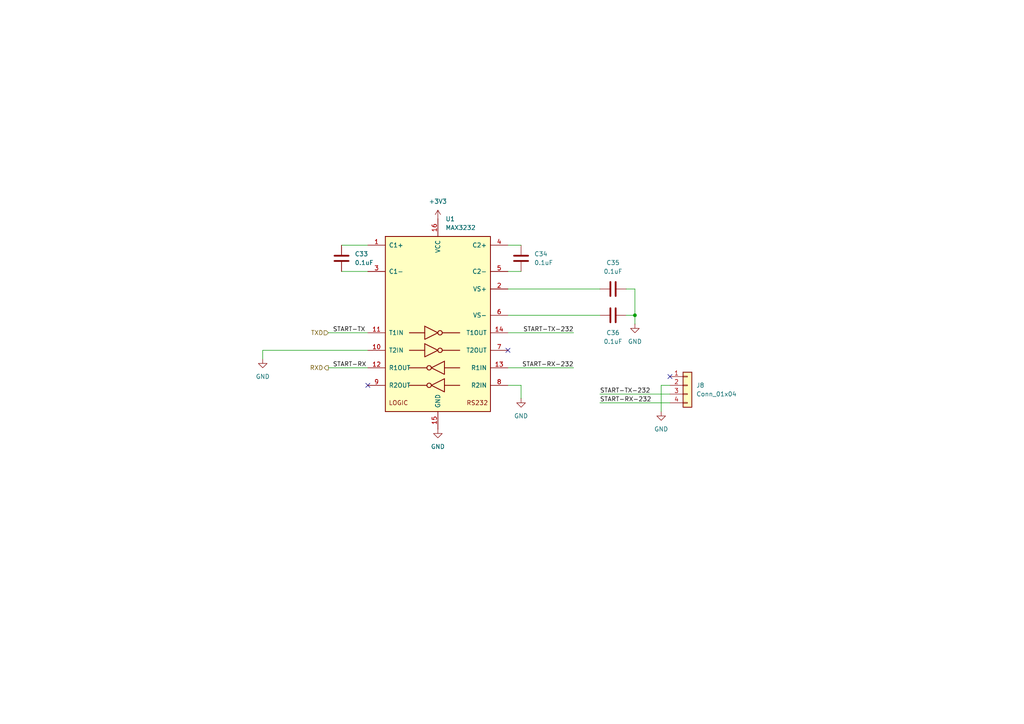
<source format=kicad_sch>
(kicad_sch (version 20231120) (generator "eeschema") (generator_version "8.0")
  (paper "A4")
  (lib_symbols
    (symbol "Connector_Generic:Conn_01x04" (pin_names (offset 1.016) hide)
      (property "Reference" "J" (at 0 5.08 0))
      (property "Value" "Conn_01x04" (at 0 -7.62 0))
      (symbol "Conn_01x04_1_1"
        (rectangle (start -1.27 -4.953) (end 0 -5.207) (stroke (width 0.1524)))
        (rectangle (start -1.27 -2.413) (end 0 -2.667) (stroke (width 0.1524)))
        (rectangle (start -1.27 0.127) (end 0 -0.127) (stroke (width 0.1524)))
        (rectangle (start -1.27 2.667) (end 0 2.413) (stroke (width 0.1524)))
        (rectangle (start -1.27 3.81) (end 1.27 -6.35) (stroke (width 0.254)) (fill (type background)))
        (pin passive line (at -5.08 2.54 0) (length 3.81) (name "Pin_1") (number "1"))
        (pin passive line (at -5.08 0 0) (length 3.81) (name "Pin_2") (number "2"))
        (pin passive line (at -5.08 -2.54 0) (length 3.81) (name "Pin_3") (number "3"))
        (pin passive line (at -5.08 -5.08 0) (length 3.81) (name "Pin_4") (number "4"))
      )
    )
    (symbol "Device:C" (pin_numbers hide) (pin_names (offset 0.254))
      (property "Reference" "C" (at 0.635 2.54 0))
      (property "Value" "C" (at 0.635 -2.54 0))
      (symbol "C_0_1"
        (polyline (pts (xy -2.032 -0.762) (xy 2.032 -0.762)) (stroke (width 0.508)))
        (polyline (pts (xy -2.032 0.762) (xy 2.032 0.762)) (stroke (width 0.508)))
      )
      (symbol "C_1_1"
        (pin passive line (at 0 3.81 270) (length 2.794) (name "~") (number "1"))
        (pin passive line (at 0 -3.81 90) (length 2.794) (name "~") (number "2"))
      )
    )
    (symbol "Interface_UART:MAX3232" (pin_names (offset 1.016))
      (property "Reference" "U" (at -2.54 28.575 0))
      (property "Value" "MAX3232" (at -2.54 26.67 0))
      (symbol "MAX3232_0_0"
        (text "LOGIC" (at -11.43 -22.86 0) (effects (font (size 1.27 1.27))))
        (text "RS232" (at 11.43 -22.86 0) (effects (font (size 1.27 1.27))))
      )
      (symbol "MAX3232_0_1"
        (rectangle (start -15.24 -25.4) (end 15.24 25.4) (stroke (width 0.254)) (fill (type background)))
        (circle (center -2.54 -17.78) (radius 0.635) (stroke (width 0.254)))
        (circle (center -2.54 -12.7) (radius 0.635) (stroke (width 0.254)))
        (polyline (pts (xy -3.81 -7.62) (xy -8.255 -7.62)) (stroke (width 0.254)))
        (polyline (pts (xy -3.81 -2.54) (xy -8.255 -2.54)) (stroke (width 0.254)))
        (polyline (pts (xy -3.175 -17.78) (xy -8.255 -17.78)) (stroke (width 0.254)))
        (polyline (pts (xy -3.175 -12.7) (xy -8.255 -12.7)) (stroke (width 0.254)))
        (polyline (pts (xy 1.27 -7.62) (xy 6.35 -7.62)) (stroke (width 0.254)))
        (polyline (pts (xy 1.27 -2.54) (xy 6.35 -2.54)) (stroke (width 0.254)))
        (polyline (pts (xy 1.905 -17.78) (xy 6.35 -17.78)) (stroke (width 0.254)))
        (polyline (pts (xy 1.905 -12.7) (xy 6.35 -12.7)) (stroke (width 0.254)))
        (polyline (pts (xy -3.81 -5.715) (xy -3.81 -9.525) (xy 0 -7.62) (xy -3.81 -5.715)) (stroke (width 0.254)))
        (polyline (pts (xy -3.81 -0.635) (xy -3.81 -4.445) (xy 0 -2.54) (xy -3.81 -0.635)) (stroke (width 0.254)))
        (polyline (pts (xy 1.905 -15.875) (xy 1.905 -19.685) (xy -1.905 -17.78) (xy 1.905 -15.875)) (stroke (width 0.254)))
        (polyline (pts (xy 1.905 -10.795) (xy 1.905 -14.605) (xy -1.905 -12.7) (xy 1.905 -10.795)) (stroke (width 0.254)))
        (circle (center 0.635 -7.62) (radius 0.635) (stroke (width 0.254)))
        (circle (center 0.635 -2.54) (radius 0.635) (stroke (width 0.254)))
      )
      (symbol "MAX3232_1_1"
        (pin passive line (at -20.32 22.86 0) (length 5.08) (name "C1+") (number "1"))
        (pin input line (at -20.32 -7.62 0) (length 5.08) (name "T2IN") (number "10"))
        (pin input line (at -20.32 -2.54 0) (length 5.08) (name "T1IN") (number "11"))
        (pin output line (at -20.32 -12.7 0) (length 5.08) (name "R1OUT") (number "12"))
        (pin input line (at 20.32 -12.7 180) (length 5.08) (name "R1IN") (number "13"))
        (pin output line (at 20.32 -2.54 180) (length 5.08) (name "T1OUT") (number "14"))
        (pin power_in line (at 0 -30.48 90) (length 5.08) (name "GND") (number "15"))
        (pin power_in line (at 0 30.48 270) (length 5.08) (name "VCC") (number "16"))
        (pin power_out line (at 20.32 10.16 180) (length 5.08) (name "VS+") (number "2"))
        (pin passive line (at -20.32 15.24 0) (length 5.08) (name "C1-") (number "3"))
        (pin passive line (at 20.32 22.86 180) (length 5.08) (name "C2+") (number "4"))
        (pin passive line (at 20.32 15.24 180) (length 5.08) (name "C2-") (number "5"))
        (pin power_out line (at 20.32 2.54 180) (length 5.08) (name "VS-") (number "6"))
        (pin output line (at 20.32 -7.62 180) (length 5.08) (name "T2OUT") (number "7"))
        (pin input line (at 20.32 -17.78 180) (length 5.08) (name "R2IN") (number "8"))
        (pin output line (at -20.32 -17.78 0) (length 5.08) (name "R2OUT") (number "9"))
      )
    )
    (symbol "power:+3V3" (power) (pin_numbers hide) (pin_names (offset 0) hide)
      (property "Value" "+3V3" (at 0 3.556 0))
      (symbol "+3V3_0_1"
        (polyline (pts (xy -0.762 1.27) (xy 0 2.54)))
        (polyline (pts (xy 0 0) (xy 0 2.54)))
        (polyline (pts (xy 0 2.54) (xy 0.762 1.27)))
      )
      (symbol "+3V3_1_1"
        (pin power_in line (at 0 0 90) (length 0) (name "~") (number "1"))
      )
    )
    (symbol "power:GND" (power) (pin_numbers hide) (pin_names (offset 0) hide)
      (property "Value" "GND" (at 0 -3.81 0))
      (symbol "GND_0_1"
        (polyline (pts (xy 0 0) (xy 0 -1.27) (xy 1.27 -1.27) (xy 0 -2.54) (xy -1.27 -1.27) (xy 0 -1.27)))
      )
      (symbol "GND_1_1"
        (pin power_in line (at 0 0 270) (length 0) (name "~") (number "1"))
      )
    )
  )
  (junction (at 184.15 91.44))
  (no_connect (at 147.32 101.6))
  (no_connect (at 106.68 111.76))
  (no_connect (at 194.31 109.22))
  (wire (pts (xy 147.32 91.44) (xy 173.99 91.44)))
  (wire (pts (xy 147.32 71.12) (xy 151.13 71.12)))
  (wire (pts (xy 191.77 111.76) (xy 191.77 119.38)))
  (wire (pts (xy 147.32 78.74) (xy 151.13 78.74)))
  (wire (pts (xy 181.61 83.82) (xy 184.15 83.82)))
  (wire (pts (xy 95.25 96.52) (xy 106.68 96.52)))
  (wire (pts (xy 173.99 116.84) (xy 194.31 116.84)))
  (wire (pts (xy 194.31 111.76) (xy 191.77 111.76)))
  (wire (pts (xy 173.99 114.3) (xy 194.31 114.3)))
  (wire (pts (xy 76.2 104.14) (xy 76.2 101.6)))
  (wire (pts (xy 95.25 106.68) (xy 106.68 106.68)))
  (wire (pts (xy 184.15 83.82) (xy 184.15 91.44)))
  (wire (pts (xy 147.32 106.68) (xy 166.37 106.68)))
  (wire (pts (xy 184.15 91.44) (xy 181.61 91.44)))
  (wire (pts (xy 99.06 71.12) (xy 106.68 71.12)))
  (wire (pts (xy 147.32 83.82) (xy 173.99 83.82)))
  (wire (pts (xy 76.2 101.6) (xy 106.68 101.6)))
  (wire (pts (xy 147.32 96.52) (xy 166.37 96.52)))
  (wire (pts (xy 99.06 78.74) (xy 106.68 78.74)))
  (wire (pts (xy 151.13 115.57) (xy 151.13 111.76)))
  (wire (pts (xy 151.13 111.76) (xy 147.32 111.76)))
  (wire (pts (xy 184.15 91.44) (xy 184.15 93.98)))
  (label "START-RX-232" (at 166.37 106.68 180))
  (label "START-RX" (at 96.52 106.68 0))
  (label "START-TX-232" (at 166.37 96.52 180))
  (label "START-TX-232" (at 173.99 114.3 0))
  (label "START-RX-232" (at 173.99 116.84 0))
  (label "START-TX" (at 96.52 96.52 0))
  (hierarchical_label "TXD" (shape input) (at 95.25 96.52 180))
  (hierarchical_label "RXD" (shape output) (at 95.25 106.68 180))
  (symbol (lib_id "Device:C") (at 177.8 83.82 90) (unit 1)
    (property "Reference" "C35" (at 177.8 76.2 90))
    (property "Value" "0.1uF" (at 177.8 78.74 90))
    (property "Description" "Unpolarized capacitor" (effects (hide yes)))
  )
  (symbol (lib_id "Device:C") (at 99.06 74.93 0) (unit 1)
    (property "Reference" "C33" (at 102.87 73.6599 0) (effects (justify left)))
    (property "Value" "0.1uF" (at 102.87 76.1999 0) (effects (justify left)))
    (property "Description" "Unpolarized capacitor" (effects (hide yes)))
  )
  (symbol (lib_id "Connector_Generic:Conn_01x04") (at 199.39 111.76 0) (unit 1)
    (property "Reference" "J8" (at 201.93 111.7599 0) (effects (justify left)))
    (property "Value" "Conn_01x04" (at 201.93 114.2999 0) (effects (justify left)))
    (property "Description" "Generic connector, single row, 01x04, script generated (kicad-library-utils/schlib/autogen/connector/)" (effects (hide yes)))
  )
  (symbol (lib_id "power:GND") (at 184.15 93.98 0) (unit 1)
    (property "Reference" "#PWR078" (effects (hide yes)))
    (property "Value" "GND" (at 184.15 99.06 0))
    (property "Description" "Power symbol creates a global label with name \"GND\" , ground" (effects (hide yes)))
  )
  (symbol (lib_id "power:GND") (at 76.2 104.14 0) (unit 1)
    (property "Reference" "#PWR074" (effects (hide yes)))
    (property "Value" "GND" (at 76.2 109.22 0))
    (property "Description" "Power symbol creates a global label with name \"GND\" , ground" (effects (hide yes)))
  )
  (symbol (lib_id "Device:C") (at 151.13 74.93 0) (unit 1)
    (property "Reference" "C34" (at 154.94 73.6599 0) (effects (justify left)))
    (property "Value" "0.1uF" (at 154.94 76.1999 0) (effects (justify left)))
    (property "Description" "Unpolarized capacitor" (effects (hide yes)))
  )
  (symbol (lib_id "power:GND") (at 151.13 115.57 0) (unit 1)
    (property "Reference" "#PWR077" (effects (hide yes)))
    (property "Value" "GND" (at 151.13 120.65 0))
    (property "Description" "Power symbol creates a global label with name \"GND\" , ground" (effects (hide yes)))
  )
  (symbol (lib_id "power:+3V3") (at 127 63.5 0) (unit 1)
    (property "Reference" "#PWR075" (effects (hide yes)))
    (property "Value" "+3V3" (at 127 58.42 0))
    (property "Description" "Power symbol creates a global label with name \"+3V3\"" (effects (hide yes)))
  )
  (symbol (lib_id "power:GND") (at 127 124.46 0) (unit 1)
    (property "Reference" "#PWR076" (effects (hide yes)))
    (property "Value" "GND" (at 127 129.54 0))
    (property "Description" "Power symbol creates a global label with name \"GND\" , ground" (effects (hide yes)))
  )
  (symbol (lib_id "Device:C") (at 177.8 91.44 90) (unit 1)
    (property "Reference" "C36" (at 177.8 96.52 90))
    (property "Value" "0.1uF" (at 177.8 99.06 90))
    (property "Description" "Unpolarized capacitor" (effects (hide yes)))
  )
  (symbol (lib_id "power:GND") (at 191.77 119.38 0) (unit 1)
    (property "Reference" "#PWR079" (effects (hide yes)))
    (property "Value" "GND" (at 191.77 124.46 0))
    (property "Description" "Power symbol creates a global label with name \"GND\" , ground" (effects (hide yes)))
  )
  (symbol (lib_id "Interface_UART:MAX3232") (at 127 93.98 0) (unit 1)
    (property "Reference" "U1" (at 129.1941 63.5 0) (effects (justify left)))
    (property "Value" "MAX3232" (at 129.1941 66.04 0) (effects (justify left)))
    (property "Footprint" "Package_SO:TSSOP-16_4.4x5mm_P0.65mm" (effects (hide yes)))
    (property "Datasheet" "https://datasheets.maximintegrated.com/en/ds/MAX3222-MAX3241.pdf" (effects (hide yes)))
    (property "Description" "3.0V to 5.5V, Low-Power, up to 1Mbps, True RS-232 Transceivers Using Four 0.1μF External Capacitors" (effects (hide yes)))
  )
)
</source>
